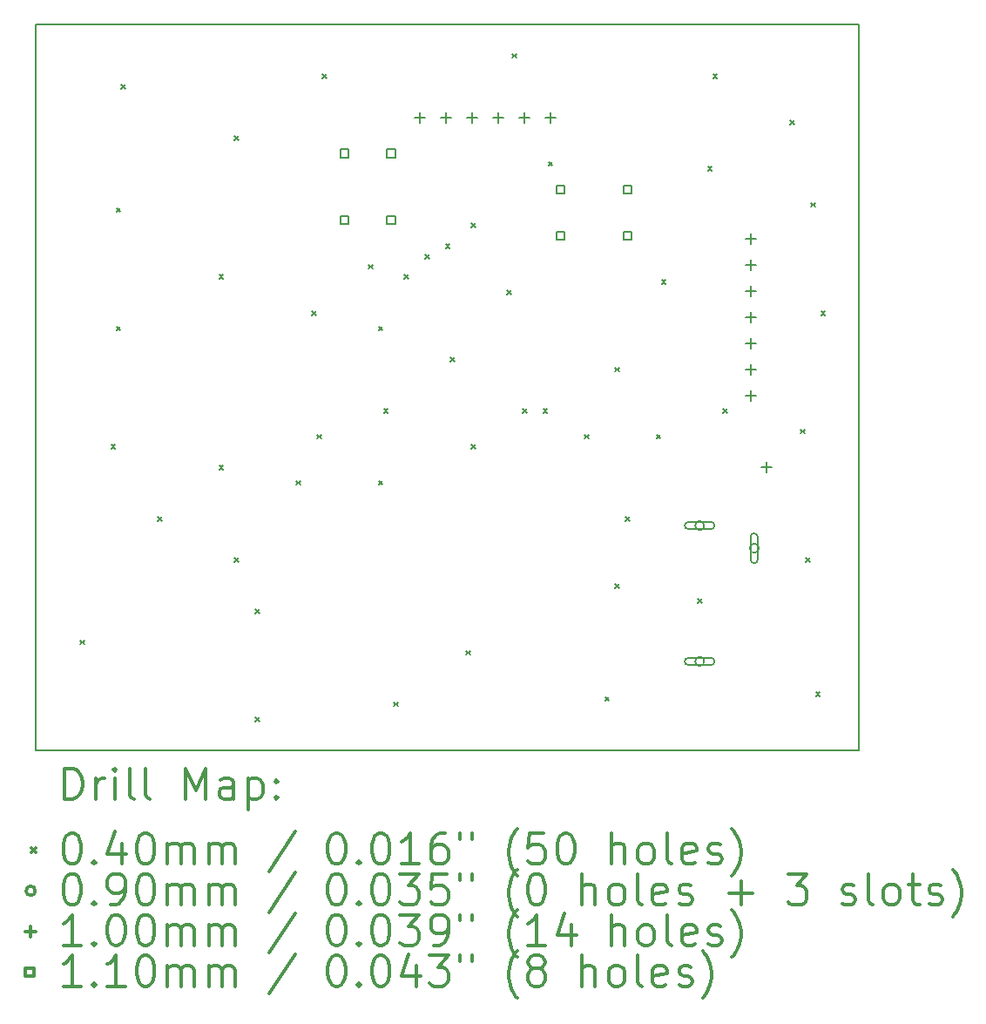
<source format=gbr>
%FSLAX45Y45*%
G04 Gerber Fmt 4.5, Leading zero omitted, Abs format (unit mm)*
G04 Created by KiCad (PCBNEW (5.0.2)-1) date 14/02/2019 14:33:43*
%MOMM*%
%LPD*%
G01*
G04 APERTURE LIST*
%ADD10C,0.150000*%
%ADD11C,0.200000*%
%ADD12C,0.300000*%
G04 APERTURE END LIST*
D10*
X7150000Y-6850000D02*
X15150000Y-6850000D01*
X7150000Y-13900000D02*
X7150000Y-6850000D01*
X15150000Y-13900000D02*
X7150000Y-13900000D01*
X15150000Y-6850000D02*
X15150000Y-13900000D01*
D11*
X7580000Y-12830000D02*
X7620000Y-12870000D01*
X7620000Y-12830000D02*
X7580000Y-12870000D01*
X7880000Y-10930000D02*
X7920000Y-10970000D01*
X7920000Y-10930000D02*
X7880000Y-10970000D01*
X7930000Y-8630000D02*
X7970000Y-8670000D01*
X7970000Y-8630000D02*
X7930000Y-8670000D01*
X7930000Y-9780000D02*
X7970000Y-9820000D01*
X7970000Y-9780000D02*
X7930000Y-9820000D01*
X7980000Y-7430000D02*
X8020000Y-7470000D01*
X8020000Y-7430000D02*
X7980000Y-7470000D01*
X8330000Y-11630000D02*
X8370000Y-11670000D01*
X8370000Y-11630000D02*
X8330000Y-11670000D01*
X8930000Y-9280000D02*
X8970000Y-9320000D01*
X8970000Y-9280000D02*
X8930000Y-9320000D01*
X8930000Y-11130000D02*
X8970000Y-11170000D01*
X8970000Y-11130000D02*
X8930000Y-11170000D01*
X9080000Y-7930000D02*
X9120000Y-7970000D01*
X9120000Y-7930000D02*
X9080000Y-7970000D01*
X9080000Y-12030000D02*
X9120000Y-12070000D01*
X9120000Y-12030000D02*
X9080000Y-12070000D01*
X9280000Y-12530000D02*
X9320000Y-12570000D01*
X9320000Y-12530000D02*
X9280000Y-12570000D01*
X9280000Y-13580000D02*
X9320000Y-13620000D01*
X9320000Y-13580000D02*
X9280000Y-13620000D01*
X9680000Y-11280000D02*
X9720000Y-11320000D01*
X9720000Y-11280000D02*
X9680000Y-11320000D01*
X9830000Y-9630000D02*
X9870000Y-9670000D01*
X9870000Y-9630000D02*
X9830000Y-9670000D01*
X9880000Y-10830000D02*
X9920000Y-10870000D01*
X9920000Y-10830000D02*
X9880000Y-10870000D01*
X9930000Y-7330000D02*
X9970000Y-7370000D01*
X9970000Y-7330000D02*
X9930000Y-7370000D01*
X10380000Y-9180000D02*
X10420000Y-9220000D01*
X10420000Y-9180000D02*
X10380000Y-9220000D01*
X10480000Y-9780000D02*
X10520000Y-9820000D01*
X10520000Y-9780000D02*
X10480000Y-9820000D01*
X10480000Y-11280000D02*
X10520000Y-11320000D01*
X10520000Y-11280000D02*
X10480000Y-11320000D01*
X10530000Y-10580000D02*
X10570000Y-10620000D01*
X10570000Y-10580000D02*
X10530000Y-10620000D01*
X10630000Y-13430000D02*
X10670000Y-13470000D01*
X10670000Y-13430000D02*
X10630000Y-13470000D01*
X10730000Y-9280000D02*
X10770000Y-9320000D01*
X10770000Y-9280000D02*
X10730000Y-9320000D01*
X10930000Y-9085000D02*
X10970000Y-9125000D01*
X10970000Y-9085000D02*
X10930000Y-9125000D01*
X11130000Y-8980000D02*
X11170000Y-9020000D01*
X11170000Y-8980000D02*
X11130000Y-9020000D01*
X11180000Y-10080000D02*
X11220000Y-10120000D01*
X11220000Y-10080000D02*
X11180000Y-10120000D01*
X11330000Y-12930000D02*
X11370000Y-12970000D01*
X11370000Y-12930000D02*
X11330000Y-12970000D01*
X11380000Y-8780000D02*
X11420000Y-8820000D01*
X11420000Y-8780000D02*
X11380000Y-8820000D01*
X11380000Y-10930000D02*
X11420000Y-10970000D01*
X11420000Y-10930000D02*
X11380000Y-10970000D01*
X11730000Y-9430000D02*
X11770000Y-9470000D01*
X11770000Y-9430000D02*
X11730000Y-9470000D01*
X11780000Y-7130000D02*
X11820000Y-7170000D01*
X11820000Y-7130000D02*
X11780000Y-7170000D01*
X11880000Y-10580000D02*
X11920000Y-10620000D01*
X11920000Y-10580000D02*
X11880000Y-10620000D01*
X12080000Y-10580000D02*
X12120000Y-10620000D01*
X12120000Y-10580000D02*
X12080000Y-10620000D01*
X12130000Y-8180000D02*
X12170000Y-8220000D01*
X12170000Y-8180000D02*
X12130000Y-8220000D01*
X12480000Y-10830000D02*
X12520000Y-10870000D01*
X12520000Y-10830000D02*
X12480000Y-10870000D01*
X12680000Y-13380000D02*
X12720000Y-13420000D01*
X12720000Y-13380000D02*
X12680000Y-13420000D01*
X12780000Y-10180000D02*
X12820000Y-10220000D01*
X12820000Y-10180000D02*
X12780000Y-10220000D01*
X12780000Y-12280000D02*
X12820000Y-12320000D01*
X12820000Y-12280000D02*
X12780000Y-12320000D01*
X12880000Y-11630000D02*
X12920000Y-11670000D01*
X12920000Y-11630000D02*
X12880000Y-11670000D01*
X13180000Y-10830000D02*
X13220000Y-10870000D01*
X13220000Y-10830000D02*
X13180000Y-10870000D01*
X13230000Y-9330000D02*
X13270000Y-9370000D01*
X13270000Y-9330000D02*
X13230000Y-9370000D01*
X13580000Y-12430000D02*
X13620000Y-12470000D01*
X13620000Y-12430000D02*
X13580000Y-12470000D01*
X13680000Y-8230000D02*
X13720000Y-8270000D01*
X13720000Y-8230000D02*
X13680000Y-8270000D01*
X13730000Y-7330000D02*
X13770000Y-7370000D01*
X13770000Y-7330000D02*
X13730000Y-7370000D01*
X13830000Y-10580000D02*
X13870000Y-10620000D01*
X13870000Y-10580000D02*
X13830000Y-10620000D01*
X14480000Y-7780000D02*
X14520000Y-7820000D01*
X14520000Y-7780000D02*
X14480000Y-7820000D01*
X14580000Y-10780000D02*
X14620000Y-10820000D01*
X14620000Y-10780000D02*
X14580000Y-10820000D01*
X14630000Y-12030000D02*
X14670000Y-12070000D01*
X14670000Y-12030000D02*
X14630000Y-12070000D01*
X14680000Y-8580000D02*
X14720000Y-8620000D01*
X14720000Y-8580000D02*
X14680000Y-8620000D01*
X14730000Y-13330000D02*
X14770000Y-13370000D01*
X14770000Y-13330000D02*
X14730000Y-13370000D01*
X14780000Y-9630000D02*
X14820000Y-9670000D01*
X14820000Y-9630000D02*
X14780000Y-9670000D01*
X13645000Y-11715000D02*
G75*
G03X13645000Y-11715000I-45000J0D01*
G01*
X13710000Y-11680000D02*
X13490000Y-11680000D01*
X13710000Y-11750000D02*
X13490000Y-11750000D01*
X13490000Y-11680000D02*
G75*
G03X13490000Y-11750000I0J-35000D01*
G01*
X13710000Y-11750000D02*
G75*
G03X13710000Y-11680000I0J35000D01*
G01*
X13645000Y-13035000D02*
G75*
G03X13645000Y-13035000I-45000J0D01*
G01*
X13710000Y-13000000D02*
X13490000Y-13000000D01*
X13710000Y-13070000D02*
X13490000Y-13070000D01*
X13490000Y-13000000D02*
G75*
G03X13490000Y-13070000I0J-35000D01*
G01*
X13710000Y-13070000D02*
G75*
G03X13710000Y-13000000I0J35000D01*
G01*
X14175000Y-11935000D02*
G75*
G03X14175000Y-11935000I-45000J0D01*
G01*
X14165000Y-12045000D02*
X14165000Y-11825000D01*
X14095000Y-12045000D02*
X14095000Y-11825000D01*
X14165000Y-11825000D02*
G75*
G03X14095000Y-11825000I-35000J0D01*
G01*
X14095000Y-12045000D02*
G75*
G03X14165000Y-12045000I35000J0D01*
G01*
X14100000Y-8876000D02*
X14100000Y-8976000D01*
X14050000Y-8926000D02*
X14150000Y-8926000D01*
X14100000Y-9130000D02*
X14100000Y-9230000D01*
X14050000Y-9180000D02*
X14150000Y-9180000D01*
X14100000Y-9384000D02*
X14100000Y-9484000D01*
X14050000Y-9434000D02*
X14150000Y-9434000D01*
X14100000Y-9638000D02*
X14100000Y-9738000D01*
X14050000Y-9688000D02*
X14150000Y-9688000D01*
X14100000Y-9892000D02*
X14100000Y-9992000D01*
X14050000Y-9942000D02*
X14150000Y-9942000D01*
X14100000Y-10146000D02*
X14100000Y-10246000D01*
X14050000Y-10196000D02*
X14150000Y-10196000D01*
X14100000Y-10400000D02*
X14100000Y-10500000D01*
X14050000Y-10450000D02*
X14150000Y-10450000D01*
X10880000Y-7700000D02*
X10880000Y-7800000D01*
X10830000Y-7750000D02*
X10930000Y-7750000D01*
X11134000Y-7700000D02*
X11134000Y-7800000D01*
X11084000Y-7750000D02*
X11184000Y-7750000D01*
X11388000Y-7700000D02*
X11388000Y-7800000D01*
X11338000Y-7750000D02*
X11438000Y-7750000D01*
X11642000Y-7700000D02*
X11642000Y-7800000D01*
X11592000Y-7750000D02*
X11692000Y-7750000D01*
X11896000Y-7700000D02*
X11896000Y-7800000D01*
X11846000Y-7750000D02*
X11946000Y-7750000D01*
X12150000Y-7700000D02*
X12150000Y-7800000D01*
X12100000Y-7750000D02*
X12200000Y-7750000D01*
X14250000Y-11100000D02*
X14250000Y-11200000D01*
X14200000Y-11150000D02*
X14300000Y-11150000D01*
X12288891Y-8488891D02*
X12288891Y-8411109D01*
X12211109Y-8411109D01*
X12211109Y-8488891D01*
X12288891Y-8488891D01*
X12288891Y-8938891D02*
X12288891Y-8861109D01*
X12211109Y-8861109D01*
X12211109Y-8938891D01*
X12288891Y-8938891D01*
X12938891Y-8488891D02*
X12938891Y-8411109D01*
X12861109Y-8411109D01*
X12861109Y-8488891D01*
X12938891Y-8488891D01*
X12938891Y-8938891D02*
X12938891Y-8861109D01*
X12861109Y-8861109D01*
X12861109Y-8938891D01*
X12938891Y-8938891D01*
X10188891Y-8138891D02*
X10188891Y-8061109D01*
X10111109Y-8061109D01*
X10111109Y-8138891D01*
X10188891Y-8138891D01*
X10188891Y-8788891D02*
X10188891Y-8711109D01*
X10111109Y-8711109D01*
X10111109Y-8788891D01*
X10188891Y-8788891D01*
X10638891Y-8138891D02*
X10638891Y-8061109D01*
X10561109Y-8061109D01*
X10561109Y-8138891D01*
X10638891Y-8138891D01*
X10638891Y-8788891D02*
X10638891Y-8711109D01*
X10561109Y-8711109D01*
X10561109Y-8788891D01*
X10638891Y-8788891D01*
D12*
X7428928Y-14373214D02*
X7428928Y-14073214D01*
X7500357Y-14073214D01*
X7543214Y-14087500D01*
X7571786Y-14116071D01*
X7586071Y-14144643D01*
X7600357Y-14201786D01*
X7600357Y-14244643D01*
X7586071Y-14301786D01*
X7571786Y-14330357D01*
X7543214Y-14358929D01*
X7500357Y-14373214D01*
X7428928Y-14373214D01*
X7728928Y-14373214D02*
X7728928Y-14173214D01*
X7728928Y-14230357D02*
X7743214Y-14201786D01*
X7757500Y-14187500D01*
X7786071Y-14173214D01*
X7814643Y-14173214D01*
X7914643Y-14373214D02*
X7914643Y-14173214D01*
X7914643Y-14073214D02*
X7900357Y-14087500D01*
X7914643Y-14101786D01*
X7928928Y-14087500D01*
X7914643Y-14073214D01*
X7914643Y-14101786D01*
X8100357Y-14373214D02*
X8071786Y-14358929D01*
X8057500Y-14330357D01*
X8057500Y-14073214D01*
X8257500Y-14373214D02*
X8228928Y-14358929D01*
X8214643Y-14330357D01*
X8214643Y-14073214D01*
X8600357Y-14373214D02*
X8600357Y-14073214D01*
X8700357Y-14287500D01*
X8800357Y-14073214D01*
X8800357Y-14373214D01*
X9071786Y-14373214D02*
X9071786Y-14216071D01*
X9057500Y-14187500D01*
X9028928Y-14173214D01*
X8971786Y-14173214D01*
X8943214Y-14187500D01*
X9071786Y-14358929D02*
X9043214Y-14373214D01*
X8971786Y-14373214D01*
X8943214Y-14358929D01*
X8928928Y-14330357D01*
X8928928Y-14301786D01*
X8943214Y-14273214D01*
X8971786Y-14258929D01*
X9043214Y-14258929D01*
X9071786Y-14244643D01*
X9214643Y-14173214D02*
X9214643Y-14473214D01*
X9214643Y-14187500D02*
X9243214Y-14173214D01*
X9300357Y-14173214D01*
X9328928Y-14187500D01*
X9343214Y-14201786D01*
X9357500Y-14230357D01*
X9357500Y-14316071D01*
X9343214Y-14344643D01*
X9328928Y-14358929D01*
X9300357Y-14373214D01*
X9243214Y-14373214D01*
X9214643Y-14358929D01*
X9486071Y-14344643D02*
X9500357Y-14358929D01*
X9486071Y-14373214D01*
X9471786Y-14358929D01*
X9486071Y-14344643D01*
X9486071Y-14373214D01*
X9486071Y-14187500D02*
X9500357Y-14201786D01*
X9486071Y-14216071D01*
X9471786Y-14201786D01*
X9486071Y-14187500D01*
X9486071Y-14216071D01*
X7102500Y-14847500D02*
X7142500Y-14887500D01*
X7142500Y-14847500D02*
X7102500Y-14887500D01*
X7486071Y-14703214D02*
X7514643Y-14703214D01*
X7543214Y-14717500D01*
X7557500Y-14731786D01*
X7571786Y-14760357D01*
X7586071Y-14817500D01*
X7586071Y-14888929D01*
X7571786Y-14946071D01*
X7557500Y-14974643D01*
X7543214Y-14988929D01*
X7514643Y-15003214D01*
X7486071Y-15003214D01*
X7457500Y-14988929D01*
X7443214Y-14974643D01*
X7428928Y-14946071D01*
X7414643Y-14888929D01*
X7414643Y-14817500D01*
X7428928Y-14760357D01*
X7443214Y-14731786D01*
X7457500Y-14717500D01*
X7486071Y-14703214D01*
X7714643Y-14974643D02*
X7728928Y-14988929D01*
X7714643Y-15003214D01*
X7700357Y-14988929D01*
X7714643Y-14974643D01*
X7714643Y-15003214D01*
X7986071Y-14803214D02*
X7986071Y-15003214D01*
X7914643Y-14688929D02*
X7843214Y-14903214D01*
X8028928Y-14903214D01*
X8200357Y-14703214D02*
X8228928Y-14703214D01*
X8257500Y-14717500D01*
X8271786Y-14731786D01*
X8286071Y-14760357D01*
X8300357Y-14817500D01*
X8300357Y-14888929D01*
X8286071Y-14946071D01*
X8271786Y-14974643D01*
X8257500Y-14988929D01*
X8228928Y-15003214D01*
X8200357Y-15003214D01*
X8171786Y-14988929D01*
X8157500Y-14974643D01*
X8143214Y-14946071D01*
X8128928Y-14888929D01*
X8128928Y-14817500D01*
X8143214Y-14760357D01*
X8157500Y-14731786D01*
X8171786Y-14717500D01*
X8200357Y-14703214D01*
X8428928Y-15003214D02*
X8428928Y-14803214D01*
X8428928Y-14831786D02*
X8443214Y-14817500D01*
X8471786Y-14803214D01*
X8514643Y-14803214D01*
X8543214Y-14817500D01*
X8557500Y-14846071D01*
X8557500Y-15003214D01*
X8557500Y-14846071D02*
X8571786Y-14817500D01*
X8600357Y-14803214D01*
X8643214Y-14803214D01*
X8671786Y-14817500D01*
X8686071Y-14846071D01*
X8686071Y-15003214D01*
X8828928Y-15003214D02*
X8828928Y-14803214D01*
X8828928Y-14831786D02*
X8843214Y-14817500D01*
X8871786Y-14803214D01*
X8914643Y-14803214D01*
X8943214Y-14817500D01*
X8957500Y-14846071D01*
X8957500Y-15003214D01*
X8957500Y-14846071D02*
X8971786Y-14817500D01*
X9000357Y-14803214D01*
X9043214Y-14803214D01*
X9071786Y-14817500D01*
X9086071Y-14846071D01*
X9086071Y-15003214D01*
X9671786Y-14688929D02*
X9414643Y-15074643D01*
X10057500Y-14703214D02*
X10086071Y-14703214D01*
X10114643Y-14717500D01*
X10128928Y-14731786D01*
X10143214Y-14760357D01*
X10157500Y-14817500D01*
X10157500Y-14888929D01*
X10143214Y-14946071D01*
X10128928Y-14974643D01*
X10114643Y-14988929D01*
X10086071Y-15003214D01*
X10057500Y-15003214D01*
X10028928Y-14988929D01*
X10014643Y-14974643D01*
X10000357Y-14946071D01*
X9986071Y-14888929D01*
X9986071Y-14817500D01*
X10000357Y-14760357D01*
X10014643Y-14731786D01*
X10028928Y-14717500D01*
X10057500Y-14703214D01*
X10286071Y-14974643D02*
X10300357Y-14988929D01*
X10286071Y-15003214D01*
X10271786Y-14988929D01*
X10286071Y-14974643D01*
X10286071Y-15003214D01*
X10486071Y-14703214D02*
X10514643Y-14703214D01*
X10543214Y-14717500D01*
X10557500Y-14731786D01*
X10571786Y-14760357D01*
X10586071Y-14817500D01*
X10586071Y-14888929D01*
X10571786Y-14946071D01*
X10557500Y-14974643D01*
X10543214Y-14988929D01*
X10514643Y-15003214D01*
X10486071Y-15003214D01*
X10457500Y-14988929D01*
X10443214Y-14974643D01*
X10428928Y-14946071D01*
X10414643Y-14888929D01*
X10414643Y-14817500D01*
X10428928Y-14760357D01*
X10443214Y-14731786D01*
X10457500Y-14717500D01*
X10486071Y-14703214D01*
X10871786Y-15003214D02*
X10700357Y-15003214D01*
X10786071Y-15003214D02*
X10786071Y-14703214D01*
X10757500Y-14746071D01*
X10728928Y-14774643D01*
X10700357Y-14788929D01*
X11128928Y-14703214D02*
X11071786Y-14703214D01*
X11043214Y-14717500D01*
X11028928Y-14731786D01*
X11000357Y-14774643D01*
X10986071Y-14831786D01*
X10986071Y-14946071D01*
X11000357Y-14974643D01*
X11014643Y-14988929D01*
X11043214Y-15003214D01*
X11100357Y-15003214D01*
X11128928Y-14988929D01*
X11143214Y-14974643D01*
X11157500Y-14946071D01*
X11157500Y-14874643D01*
X11143214Y-14846071D01*
X11128928Y-14831786D01*
X11100357Y-14817500D01*
X11043214Y-14817500D01*
X11014643Y-14831786D01*
X11000357Y-14846071D01*
X10986071Y-14874643D01*
X11271786Y-14703214D02*
X11271786Y-14760357D01*
X11386071Y-14703214D02*
X11386071Y-14760357D01*
X11828928Y-15117500D02*
X11814643Y-15103214D01*
X11786071Y-15060357D01*
X11771786Y-15031786D01*
X11757500Y-14988929D01*
X11743214Y-14917500D01*
X11743214Y-14860357D01*
X11757500Y-14788929D01*
X11771786Y-14746071D01*
X11786071Y-14717500D01*
X11814643Y-14674643D01*
X11828928Y-14660357D01*
X12086071Y-14703214D02*
X11943214Y-14703214D01*
X11928928Y-14846071D01*
X11943214Y-14831786D01*
X11971786Y-14817500D01*
X12043214Y-14817500D01*
X12071786Y-14831786D01*
X12086071Y-14846071D01*
X12100357Y-14874643D01*
X12100357Y-14946071D01*
X12086071Y-14974643D01*
X12071786Y-14988929D01*
X12043214Y-15003214D01*
X11971786Y-15003214D01*
X11943214Y-14988929D01*
X11928928Y-14974643D01*
X12286071Y-14703214D02*
X12314643Y-14703214D01*
X12343214Y-14717500D01*
X12357500Y-14731786D01*
X12371786Y-14760357D01*
X12386071Y-14817500D01*
X12386071Y-14888929D01*
X12371786Y-14946071D01*
X12357500Y-14974643D01*
X12343214Y-14988929D01*
X12314643Y-15003214D01*
X12286071Y-15003214D01*
X12257500Y-14988929D01*
X12243214Y-14974643D01*
X12228928Y-14946071D01*
X12214643Y-14888929D01*
X12214643Y-14817500D01*
X12228928Y-14760357D01*
X12243214Y-14731786D01*
X12257500Y-14717500D01*
X12286071Y-14703214D01*
X12743214Y-15003214D02*
X12743214Y-14703214D01*
X12871786Y-15003214D02*
X12871786Y-14846071D01*
X12857500Y-14817500D01*
X12828928Y-14803214D01*
X12786071Y-14803214D01*
X12757500Y-14817500D01*
X12743214Y-14831786D01*
X13057500Y-15003214D02*
X13028928Y-14988929D01*
X13014643Y-14974643D01*
X13000357Y-14946071D01*
X13000357Y-14860357D01*
X13014643Y-14831786D01*
X13028928Y-14817500D01*
X13057500Y-14803214D01*
X13100357Y-14803214D01*
X13128928Y-14817500D01*
X13143214Y-14831786D01*
X13157500Y-14860357D01*
X13157500Y-14946071D01*
X13143214Y-14974643D01*
X13128928Y-14988929D01*
X13100357Y-15003214D01*
X13057500Y-15003214D01*
X13328928Y-15003214D02*
X13300357Y-14988929D01*
X13286071Y-14960357D01*
X13286071Y-14703214D01*
X13557500Y-14988929D02*
X13528928Y-15003214D01*
X13471786Y-15003214D01*
X13443214Y-14988929D01*
X13428928Y-14960357D01*
X13428928Y-14846071D01*
X13443214Y-14817500D01*
X13471786Y-14803214D01*
X13528928Y-14803214D01*
X13557500Y-14817500D01*
X13571786Y-14846071D01*
X13571786Y-14874643D01*
X13428928Y-14903214D01*
X13686071Y-14988929D02*
X13714643Y-15003214D01*
X13771786Y-15003214D01*
X13800357Y-14988929D01*
X13814643Y-14960357D01*
X13814643Y-14946071D01*
X13800357Y-14917500D01*
X13771786Y-14903214D01*
X13728928Y-14903214D01*
X13700357Y-14888929D01*
X13686071Y-14860357D01*
X13686071Y-14846071D01*
X13700357Y-14817500D01*
X13728928Y-14803214D01*
X13771786Y-14803214D01*
X13800357Y-14817500D01*
X13914643Y-15117500D02*
X13928928Y-15103214D01*
X13957500Y-15060357D01*
X13971786Y-15031786D01*
X13986071Y-14988929D01*
X14000357Y-14917500D01*
X14000357Y-14860357D01*
X13986071Y-14788929D01*
X13971786Y-14746071D01*
X13957500Y-14717500D01*
X13928928Y-14674643D01*
X13914643Y-14660357D01*
X7142500Y-15263500D02*
G75*
G03X7142500Y-15263500I-45000J0D01*
G01*
X7486071Y-15099214D02*
X7514643Y-15099214D01*
X7543214Y-15113500D01*
X7557500Y-15127786D01*
X7571786Y-15156357D01*
X7586071Y-15213500D01*
X7586071Y-15284929D01*
X7571786Y-15342071D01*
X7557500Y-15370643D01*
X7543214Y-15384929D01*
X7514643Y-15399214D01*
X7486071Y-15399214D01*
X7457500Y-15384929D01*
X7443214Y-15370643D01*
X7428928Y-15342071D01*
X7414643Y-15284929D01*
X7414643Y-15213500D01*
X7428928Y-15156357D01*
X7443214Y-15127786D01*
X7457500Y-15113500D01*
X7486071Y-15099214D01*
X7714643Y-15370643D02*
X7728928Y-15384929D01*
X7714643Y-15399214D01*
X7700357Y-15384929D01*
X7714643Y-15370643D01*
X7714643Y-15399214D01*
X7871786Y-15399214D02*
X7928928Y-15399214D01*
X7957500Y-15384929D01*
X7971786Y-15370643D01*
X8000357Y-15327786D01*
X8014643Y-15270643D01*
X8014643Y-15156357D01*
X8000357Y-15127786D01*
X7986071Y-15113500D01*
X7957500Y-15099214D01*
X7900357Y-15099214D01*
X7871786Y-15113500D01*
X7857500Y-15127786D01*
X7843214Y-15156357D01*
X7843214Y-15227786D01*
X7857500Y-15256357D01*
X7871786Y-15270643D01*
X7900357Y-15284929D01*
X7957500Y-15284929D01*
X7986071Y-15270643D01*
X8000357Y-15256357D01*
X8014643Y-15227786D01*
X8200357Y-15099214D02*
X8228928Y-15099214D01*
X8257500Y-15113500D01*
X8271786Y-15127786D01*
X8286071Y-15156357D01*
X8300357Y-15213500D01*
X8300357Y-15284929D01*
X8286071Y-15342071D01*
X8271786Y-15370643D01*
X8257500Y-15384929D01*
X8228928Y-15399214D01*
X8200357Y-15399214D01*
X8171786Y-15384929D01*
X8157500Y-15370643D01*
X8143214Y-15342071D01*
X8128928Y-15284929D01*
X8128928Y-15213500D01*
X8143214Y-15156357D01*
X8157500Y-15127786D01*
X8171786Y-15113500D01*
X8200357Y-15099214D01*
X8428928Y-15399214D02*
X8428928Y-15199214D01*
X8428928Y-15227786D02*
X8443214Y-15213500D01*
X8471786Y-15199214D01*
X8514643Y-15199214D01*
X8543214Y-15213500D01*
X8557500Y-15242071D01*
X8557500Y-15399214D01*
X8557500Y-15242071D02*
X8571786Y-15213500D01*
X8600357Y-15199214D01*
X8643214Y-15199214D01*
X8671786Y-15213500D01*
X8686071Y-15242071D01*
X8686071Y-15399214D01*
X8828928Y-15399214D02*
X8828928Y-15199214D01*
X8828928Y-15227786D02*
X8843214Y-15213500D01*
X8871786Y-15199214D01*
X8914643Y-15199214D01*
X8943214Y-15213500D01*
X8957500Y-15242071D01*
X8957500Y-15399214D01*
X8957500Y-15242071D02*
X8971786Y-15213500D01*
X9000357Y-15199214D01*
X9043214Y-15199214D01*
X9071786Y-15213500D01*
X9086071Y-15242071D01*
X9086071Y-15399214D01*
X9671786Y-15084929D02*
X9414643Y-15470643D01*
X10057500Y-15099214D02*
X10086071Y-15099214D01*
X10114643Y-15113500D01*
X10128928Y-15127786D01*
X10143214Y-15156357D01*
X10157500Y-15213500D01*
X10157500Y-15284929D01*
X10143214Y-15342071D01*
X10128928Y-15370643D01*
X10114643Y-15384929D01*
X10086071Y-15399214D01*
X10057500Y-15399214D01*
X10028928Y-15384929D01*
X10014643Y-15370643D01*
X10000357Y-15342071D01*
X9986071Y-15284929D01*
X9986071Y-15213500D01*
X10000357Y-15156357D01*
X10014643Y-15127786D01*
X10028928Y-15113500D01*
X10057500Y-15099214D01*
X10286071Y-15370643D02*
X10300357Y-15384929D01*
X10286071Y-15399214D01*
X10271786Y-15384929D01*
X10286071Y-15370643D01*
X10286071Y-15399214D01*
X10486071Y-15099214D02*
X10514643Y-15099214D01*
X10543214Y-15113500D01*
X10557500Y-15127786D01*
X10571786Y-15156357D01*
X10586071Y-15213500D01*
X10586071Y-15284929D01*
X10571786Y-15342071D01*
X10557500Y-15370643D01*
X10543214Y-15384929D01*
X10514643Y-15399214D01*
X10486071Y-15399214D01*
X10457500Y-15384929D01*
X10443214Y-15370643D01*
X10428928Y-15342071D01*
X10414643Y-15284929D01*
X10414643Y-15213500D01*
X10428928Y-15156357D01*
X10443214Y-15127786D01*
X10457500Y-15113500D01*
X10486071Y-15099214D01*
X10686071Y-15099214D02*
X10871786Y-15099214D01*
X10771786Y-15213500D01*
X10814643Y-15213500D01*
X10843214Y-15227786D01*
X10857500Y-15242071D01*
X10871786Y-15270643D01*
X10871786Y-15342071D01*
X10857500Y-15370643D01*
X10843214Y-15384929D01*
X10814643Y-15399214D01*
X10728928Y-15399214D01*
X10700357Y-15384929D01*
X10686071Y-15370643D01*
X11143214Y-15099214D02*
X11000357Y-15099214D01*
X10986071Y-15242071D01*
X11000357Y-15227786D01*
X11028928Y-15213500D01*
X11100357Y-15213500D01*
X11128928Y-15227786D01*
X11143214Y-15242071D01*
X11157500Y-15270643D01*
X11157500Y-15342071D01*
X11143214Y-15370643D01*
X11128928Y-15384929D01*
X11100357Y-15399214D01*
X11028928Y-15399214D01*
X11000357Y-15384929D01*
X10986071Y-15370643D01*
X11271786Y-15099214D02*
X11271786Y-15156357D01*
X11386071Y-15099214D02*
X11386071Y-15156357D01*
X11828928Y-15513500D02*
X11814643Y-15499214D01*
X11786071Y-15456357D01*
X11771786Y-15427786D01*
X11757500Y-15384929D01*
X11743214Y-15313500D01*
X11743214Y-15256357D01*
X11757500Y-15184929D01*
X11771786Y-15142071D01*
X11786071Y-15113500D01*
X11814643Y-15070643D01*
X11828928Y-15056357D01*
X12000357Y-15099214D02*
X12028928Y-15099214D01*
X12057500Y-15113500D01*
X12071786Y-15127786D01*
X12086071Y-15156357D01*
X12100357Y-15213500D01*
X12100357Y-15284929D01*
X12086071Y-15342071D01*
X12071786Y-15370643D01*
X12057500Y-15384929D01*
X12028928Y-15399214D01*
X12000357Y-15399214D01*
X11971786Y-15384929D01*
X11957500Y-15370643D01*
X11943214Y-15342071D01*
X11928928Y-15284929D01*
X11928928Y-15213500D01*
X11943214Y-15156357D01*
X11957500Y-15127786D01*
X11971786Y-15113500D01*
X12000357Y-15099214D01*
X12457500Y-15399214D02*
X12457500Y-15099214D01*
X12586071Y-15399214D02*
X12586071Y-15242071D01*
X12571786Y-15213500D01*
X12543214Y-15199214D01*
X12500357Y-15199214D01*
X12471786Y-15213500D01*
X12457500Y-15227786D01*
X12771786Y-15399214D02*
X12743214Y-15384929D01*
X12728928Y-15370643D01*
X12714643Y-15342071D01*
X12714643Y-15256357D01*
X12728928Y-15227786D01*
X12743214Y-15213500D01*
X12771786Y-15199214D01*
X12814643Y-15199214D01*
X12843214Y-15213500D01*
X12857500Y-15227786D01*
X12871786Y-15256357D01*
X12871786Y-15342071D01*
X12857500Y-15370643D01*
X12843214Y-15384929D01*
X12814643Y-15399214D01*
X12771786Y-15399214D01*
X13043214Y-15399214D02*
X13014643Y-15384929D01*
X13000357Y-15356357D01*
X13000357Y-15099214D01*
X13271786Y-15384929D02*
X13243214Y-15399214D01*
X13186071Y-15399214D01*
X13157500Y-15384929D01*
X13143214Y-15356357D01*
X13143214Y-15242071D01*
X13157500Y-15213500D01*
X13186071Y-15199214D01*
X13243214Y-15199214D01*
X13271786Y-15213500D01*
X13286071Y-15242071D01*
X13286071Y-15270643D01*
X13143214Y-15299214D01*
X13400357Y-15384929D02*
X13428928Y-15399214D01*
X13486071Y-15399214D01*
X13514643Y-15384929D01*
X13528928Y-15356357D01*
X13528928Y-15342071D01*
X13514643Y-15313500D01*
X13486071Y-15299214D01*
X13443214Y-15299214D01*
X13414643Y-15284929D01*
X13400357Y-15256357D01*
X13400357Y-15242071D01*
X13414643Y-15213500D01*
X13443214Y-15199214D01*
X13486071Y-15199214D01*
X13514643Y-15213500D01*
X13886071Y-15284929D02*
X14114643Y-15284929D01*
X14000357Y-15399214D02*
X14000357Y-15170643D01*
X14457500Y-15099214D02*
X14643214Y-15099214D01*
X14543214Y-15213500D01*
X14586071Y-15213500D01*
X14614643Y-15227786D01*
X14628928Y-15242071D01*
X14643214Y-15270643D01*
X14643214Y-15342071D01*
X14628928Y-15370643D01*
X14614643Y-15384929D01*
X14586071Y-15399214D01*
X14500357Y-15399214D01*
X14471786Y-15384929D01*
X14457500Y-15370643D01*
X14986071Y-15384929D02*
X15014643Y-15399214D01*
X15071786Y-15399214D01*
X15100357Y-15384929D01*
X15114643Y-15356357D01*
X15114643Y-15342071D01*
X15100357Y-15313500D01*
X15071786Y-15299214D01*
X15028928Y-15299214D01*
X15000357Y-15284929D01*
X14986071Y-15256357D01*
X14986071Y-15242071D01*
X15000357Y-15213500D01*
X15028928Y-15199214D01*
X15071786Y-15199214D01*
X15100357Y-15213500D01*
X15286071Y-15399214D02*
X15257500Y-15384929D01*
X15243214Y-15356357D01*
X15243214Y-15099214D01*
X15443214Y-15399214D02*
X15414643Y-15384929D01*
X15400357Y-15370643D01*
X15386071Y-15342071D01*
X15386071Y-15256357D01*
X15400357Y-15227786D01*
X15414643Y-15213500D01*
X15443214Y-15199214D01*
X15486071Y-15199214D01*
X15514643Y-15213500D01*
X15528928Y-15227786D01*
X15543214Y-15256357D01*
X15543214Y-15342071D01*
X15528928Y-15370643D01*
X15514643Y-15384929D01*
X15486071Y-15399214D01*
X15443214Y-15399214D01*
X15628928Y-15199214D02*
X15743214Y-15199214D01*
X15671786Y-15099214D02*
X15671786Y-15356357D01*
X15686071Y-15384929D01*
X15714643Y-15399214D01*
X15743214Y-15399214D01*
X15828928Y-15384929D02*
X15857500Y-15399214D01*
X15914643Y-15399214D01*
X15943214Y-15384929D01*
X15957500Y-15356357D01*
X15957500Y-15342071D01*
X15943214Y-15313500D01*
X15914643Y-15299214D01*
X15871786Y-15299214D01*
X15843214Y-15284929D01*
X15828928Y-15256357D01*
X15828928Y-15242071D01*
X15843214Y-15213500D01*
X15871786Y-15199214D01*
X15914643Y-15199214D01*
X15943214Y-15213500D01*
X16057500Y-15513500D02*
X16071786Y-15499214D01*
X16100357Y-15456357D01*
X16114643Y-15427786D01*
X16128928Y-15384929D01*
X16143214Y-15313500D01*
X16143214Y-15256357D01*
X16128928Y-15184929D01*
X16114643Y-15142071D01*
X16100357Y-15113500D01*
X16071786Y-15070643D01*
X16057500Y-15056357D01*
X7092500Y-15609500D02*
X7092500Y-15709500D01*
X7042500Y-15659500D02*
X7142500Y-15659500D01*
X7586071Y-15795214D02*
X7414643Y-15795214D01*
X7500357Y-15795214D02*
X7500357Y-15495214D01*
X7471786Y-15538071D01*
X7443214Y-15566643D01*
X7414643Y-15580929D01*
X7714643Y-15766643D02*
X7728928Y-15780929D01*
X7714643Y-15795214D01*
X7700357Y-15780929D01*
X7714643Y-15766643D01*
X7714643Y-15795214D01*
X7914643Y-15495214D02*
X7943214Y-15495214D01*
X7971786Y-15509500D01*
X7986071Y-15523786D01*
X8000357Y-15552357D01*
X8014643Y-15609500D01*
X8014643Y-15680929D01*
X8000357Y-15738071D01*
X7986071Y-15766643D01*
X7971786Y-15780929D01*
X7943214Y-15795214D01*
X7914643Y-15795214D01*
X7886071Y-15780929D01*
X7871786Y-15766643D01*
X7857500Y-15738071D01*
X7843214Y-15680929D01*
X7843214Y-15609500D01*
X7857500Y-15552357D01*
X7871786Y-15523786D01*
X7886071Y-15509500D01*
X7914643Y-15495214D01*
X8200357Y-15495214D02*
X8228928Y-15495214D01*
X8257500Y-15509500D01*
X8271786Y-15523786D01*
X8286071Y-15552357D01*
X8300357Y-15609500D01*
X8300357Y-15680929D01*
X8286071Y-15738071D01*
X8271786Y-15766643D01*
X8257500Y-15780929D01*
X8228928Y-15795214D01*
X8200357Y-15795214D01*
X8171786Y-15780929D01*
X8157500Y-15766643D01*
X8143214Y-15738071D01*
X8128928Y-15680929D01*
X8128928Y-15609500D01*
X8143214Y-15552357D01*
X8157500Y-15523786D01*
X8171786Y-15509500D01*
X8200357Y-15495214D01*
X8428928Y-15795214D02*
X8428928Y-15595214D01*
X8428928Y-15623786D02*
X8443214Y-15609500D01*
X8471786Y-15595214D01*
X8514643Y-15595214D01*
X8543214Y-15609500D01*
X8557500Y-15638071D01*
X8557500Y-15795214D01*
X8557500Y-15638071D02*
X8571786Y-15609500D01*
X8600357Y-15595214D01*
X8643214Y-15595214D01*
X8671786Y-15609500D01*
X8686071Y-15638071D01*
X8686071Y-15795214D01*
X8828928Y-15795214D02*
X8828928Y-15595214D01*
X8828928Y-15623786D02*
X8843214Y-15609500D01*
X8871786Y-15595214D01*
X8914643Y-15595214D01*
X8943214Y-15609500D01*
X8957500Y-15638071D01*
X8957500Y-15795214D01*
X8957500Y-15638071D02*
X8971786Y-15609500D01*
X9000357Y-15595214D01*
X9043214Y-15595214D01*
X9071786Y-15609500D01*
X9086071Y-15638071D01*
X9086071Y-15795214D01*
X9671786Y-15480929D02*
X9414643Y-15866643D01*
X10057500Y-15495214D02*
X10086071Y-15495214D01*
X10114643Y-15509500D01*
X10128928Y-15523786D01*
X10143214Y-15552357D01*
X10157500Y-15609500D01*
X10157500Y-15680929D01*
X10143214Y-15738071D01*
X10128928Y-15766643D01*
X10114643Y-15780929D01*
X10086071Y-15795214D01*
X10057500Y-15795214D01*
X10028928Y-15780929D01*
X10014643Y-15766643D01*
X10000357Y-15738071D01*
X9986071Y-15680929D01*
X9986071Y-15609500D01*
X10000357Y-15552357D01*
X10014643Y-15523786D01*
X10028928Y-15509500D01*
X10057500Y-15495214D01*
X10286071Y-15766643D02*
X10300357Y-15780929D01*
X10286071Y-15795214D01*
X10271786Y-15780929D01*
X10286071Y-15766643D01*
X10286071Y-15795214D01*
X10486071Y-15495214D02*
X10514643Y-15495214D01*
X10543214Y-15509500D01*
X10557500Y-15523786D01*
X10571786Y-15552357D01*
X10586071Y-15609500D01*
X10586071Y-15680929D01*
X10571786Y-15738071D01*
X10557500Y-15766643D01*
X10543214Y-15780929D01*
X10514643Y-15795214D01*
X10486071Y-15795214D01*
X10457500Y-15780929D01*
X10443214Y-15766643D01*
X10428928Y-15738071D01*
X10414643Y-15680929D01*
X10414643Y-15609500D01*
X10428928Y-15552357D01*
X10443214Y-15523786D01*
X10457500Y-15509500D01*
X10486071Y-15495214D01*
X10686071Y-15495214D02*
X10871786Y-15495214D01*
X10771786Y-15609500D01*
X10814643Y-15609500D01*
X10843214Y-15623786D01*
X10857500Y-15638071D01*
X10871786Y-15666643D01*
X10871786Y-15738071D01*
X10857500Y-15766643D01*
X10843214Y-15780929D01*
X10814643Y-15795214D01*
X10728928Y-15795214D01*
X10700357Y-15780929D01*
X10686071Y-15766643D01*
X11014643Y-15795214D02*
X11071786Y-15795214D01*
X11100357Y-15780929D01*
X11114643Y-15766643D01*
X11143214Y-15723786D01*
X11157500Y-15666643D01*
X11157500Y-15552357D01*
X11143214Y-15523786D01*
X11128928Y-15509500D01*
X11100357Y-15495214D01*
X11043214Y-15495214D01*
X11014643Y-15509500D01*
X11000357Y-15523786D01*
X10986071Y-15552357D01*
X10986071Y-15623786D01*
X11000357Y-15652357D01*
X11014643Y-15666643D01*
X11043214Y-15680929D01*
X11100357Y-15680929D01*
X11128928Y-15666643D01*
X11143214Y-15652357D01*
X11157500Y-15623786D01*
X11271786Y-15495214D02*
X11271786Y-15552357D01*
X11386071Y-15495214D02*
X11386071Y-15552357D01*
X11828928Y-15909500D02*
X11814643Y-15895214D01*
X11786071Y-15852357D01*
X11771786Y-15823786D01*
X11757500Y-15780929D01*
X11743214Y-15709500D01*
X11743214Y-15652357D01*
X11757500Y-15580929D01*
X11771786Y-15538071D01*
X11786071Y-15509500D01*
X11814643Y-15466643D01*
X11828928Y-15452357D01*
X12100357Y-15795214D02*
X11928928Y-15795214D01*
X12014643Y-15795214D02*
X12014643Y-15495214D01*
X11986071Y-15538071D01*
X11957500Y-15566643D01*
X11928928Y-15580929D01*
X12357500Y-15595214D02*
X12357500Y-15795214D01*
X12286071Y-15480929D02*
X12214643Y-15695214D01*
X12400357Y-15695214D01*
X12743214Y-15795214D02*
X12743214Y-15495214D01*
X12871786Y-15795214D02*
X12871786Y-15638071D01*
X12857500Y-15609500D01*
X12828928Y-15595214D01*
X12786071Y-15595214D01*
X12757500Y-15609500D01*
X12743214Y-15623786D01*
X13057500Y-15795214D02*
X13028928Y-15780929D01*
X13014643Y-15766643D01*
X13000357Y-15738071D01*
X13000357Y-15652357D01*
X13014643Y-15623786D01*
X13028928Y-15609500D01*
X13057500Y-15595214D01*
X13100357Y-15595214D01*
X13128928Y-15609500D01*
X13143214Y-15623786D01*
X13157500Y-15652357D01*
X13157500Y-15738071D01*
X13143214Y-15766643D01*
X13128928Y-15780929D01*
X13100357Y-15795214D01*
X13057500Y-15795214D01*
X13328928Y-15795214D02*
X13300357Y-15780929D01*
X13286071Y-15752357D01*
X13286071Y-15495214D01*
X13557500Y-15780929D02*
X13528928Y-15795214D01*
X13471786Y-15795214D01*
X13443214Y-15780929D01*
X13428928Y-15752357D01*
X13428928Y-15638071D01*
X13443214Y-15609500D01*
X13471786Y-15595214D01*
X13528928Y-15595214D01*
X13557500Y-15609500D01*
X13571786Y-15638071D01*
X13571786Y-15666643D01*
X13428928Y-15695214D01*
X13686071Y-15780929D02*
X13714643Y-15795214D01*
X13771786Y-15795214D01*
X13800357Y-15780929D01*
X13814643Y-15752357D01*
X13814643Y-15738071D01*
X13800357Y-15709500D01*
X13771786Y-15695214D01*
X13728928Y-15695214D01*
X13700357Y-15680929D01*
X13686071Y-15652357D01*
X13686071Y-15638071D01*
X13700357Y-15609500D01*
X13728928Y-15595214D01*
X13771786Y-15595214D01*
X13800357Y-15609500D01*
X13914643Y-15909500D02*
X13928928Y-15895214D01*
X13957500Y-15852357D01*
X13971786Y-15823786D01*
X13986071Y-15780929D01*
X14000357Y-15709500D01*
X14000357Y-15652357D01*
X13986071Y-15580929D01*
X13971786Y-15538071D01*
X13957500Y-15509500D01*
X13928928Y-15466643D01*
X13914643Y-15452357D01*
X7126391Y-16094391D02*
X7126391Y-16016609D01*
X7048609Y-16016609D01*
X7048609Y-16094391D01*
X7126391Y-16094391D01*
X7586071Y-16191214D02*
X7414643Y-16191214D01*
X7500357Y-16191214D02*
X7500357Y-15891214D01*
X7471786Y-15934071D01*
X7443214Y-15962643D01*
X7414643Y-15976929D01*
X7714643Y-16162643D02*
X7728928Y-16176929D01*
X7714643Y-16191214D01*
X7700357Y-16176929D01*
X7714643Y-16162643D01*
X7714643Y-16191214D01*
X8014643Y-16191214D02*
X7843214Y-16191214D01*
X7928928Y-16191214D02*
X7928928Y-15891214D01*
X7900357Y-15934071D01*
X7871786Y-15962643D01*
X7843214Y-15976929D01*
X8200357Y-15891214D02*
X8228928Y-15891214D01*
X8257500Y-15905500D01*
X8271786Y-15919786D01*
X8286071Y-15948357D01*
X8300357Y-16005500D01*
X8300357Y-16076929D01*
X8286071Y-16134071D01*
X8271786Y-16162643D01*
X8257500Y-16176929D01*
X8228928Y-16191214D01*
X8200357Y-16191214D01*
X8171786Y-16176929D01*
X8157500Y-16162643D01*
X8143214Y-16134071D01*
X8128928Y-16076929D01*
X8128928Y-16005500D01*
X8143214Y-15948357D01*
X8157500Y-15919786D01*
X8171786Y-15905500D01*
X8200357Y-15891214D01*
X8428928Y-16191214D02*
X8428928Y-15991214D01*
X8428928Y-16019786D02*
X8443214Y-16005500D01*
X8471786Y-15991214D01*
X8514643Y-15991214D01*
X8543214Y-16005500D01*
X8557500Y-16034071D01*
X8557500Y-16191214D01*
X8557500Y-16034071D02*
X8571786Y-16005500D01*
X8600357Y-15991214D01*
X8643214Y-15991214D01*
X8671786Y-16005500D01*
X8686071Y-16034071D01*
X8686071Y-16191214D01*
X8828928Y-16191214D02*
X8828928Y-15991214D01*
X8828928Y-16019786D02*
X8843214Y-16005500D01*
X8871786Y-15991214D01*
X8914643Y-15991214D01*
X8943214Y-16005500D01*
X8957500Y-16034071D01*
X8957500Y-16191214D01*
X8957500Y-16034071D02*
X8971786Y-16005500D01*
X9000357Y-15991214D01*
X9043214Y-15991214D01*
X9071786Y-16005500D01*
X9086071Y-16034071D01*
X9086071Y-16191214D01*
X9671786Y-15876929D02*
X9414643Y-16262643D01*
X10057500Y-15891214D02*
X10086071Y-15891214D01*
X10114643Y-15905500D01*
X10128928Y-15919786D01*
X10143214Y-15948357D01*
X10157500Y-16005500D01*
X10157500Y-16076929D01*
X10143214Y-16134071D01*
X10128928Y-16162643D01*
X10114643Y-16176929D01*
X10086071Y-16191214D01*
X10057500Y-16191214D01*
X10028928Y-16176929D01*
X10014643Y-16162643D01*
X10000357Y-16134071D01*
X9986071Y-16076929D01*
X9986071Y-16005500D01*
X10000357Y-15948357D01*
X10014643Y-15919786D01*
X10028928Y-15905500D01*
X10057500Y-15891214D01*
X10286071Y-16162643D02*
X10300357Y-16176929D01*
X10286071Y-16191214D01*
X10271786Y-16176929D01*
X10286071Y-16162643D01*
X10286071Y-16191214D01*
X10486071Y-15891214D02*
X10514643Y-15891214D01*
X10543214Y-15905500D01*
X10557500Y-15919786D01*
X10571786Y-15948357D01*
X10586071Y-16005500D01*
X10586071Y-16076929D01*
X10571786Y-16134071D01*
X10557500Y-16162643D01*
X10543214Y-16176929D01*
X10514643Y-16191214D01*
X10486071Y-16191214D01*
X10457500Y-16176929D01*
X10443214Y-16162643D01*
X10428928Y-16134071D01*
X10414643Y-16076929D01*
X10414643Y-16005500D01*
X10428928Y-15948357D01*
X10443214Y-15919786D01*
X10457500Y-15905500D01*
X10486071Y-15891214D01*
X10843214Y-15991214D02*
X10843214Y-16191214D01*
X10771786Y-15876929D02*
X10700357Y-16091214D01*
X10886071Y-16091214D01*
X10971786Y-15891214D02*
X11157500Y-15891214D01*
X11057500Y-16005500D01*
X11100357Y-16005500D01*
X11128928Y-16019786D01*
X11143214Y-16034071D01*
X11157500Y-16062643D01*
X11157500Y-16134071D01*
X11143214Y-16162643D01*
X11128928Y-16176929D01*
X11100357Y-16191214D01*
X11014643Y-16191214D01*
X10986071Y-16176929D01*
X10971786Y-16162643D01*
X11271786Y-15891214D02*
X11271786Y-15948357D01*
X11386071Y-15891214D02*
X11386071Y-15948357D01*
X11828928Y-16305500D02*
X11814643Y-16291214D01*
X11786071Y-16248357D01*
X11771786Y-16219786D01*
X11757500Y-16176929D01*
X11743214Y-16105500D01*
X11743214Y-16048357D01*
X11757500Y-15976929D01*
X11771786Y-15934071D01*
X11786071Y-15905500D01*
X11814643Y-15862643D01*
X11828928Y-15848357D01*
X11986071Y-16019786D02*
X11957500Y-16005500D01*
X11943214Y-15991214D01*
X11928928Y-15962643D01*
X11928928Y-15948357D01*
X11943214Y-15919786D01*
X11957500Y-15905500D01*
X11986071Y-15891214D01*
X12043214Y-15891214D01*
X12071786Y-15905500D01*
X12086071Y-15919786D01*
X12100357Y-15948357D01*
X12100357Y-15962643D01*
X12086071Y-15991214D01*
X12071786Y-16005500D01*
X12043214Y-16019786D01*
X11986071Y-16019786D01*
X11957500Y-16034071D01*
X11943214Y-16048357D01*
X11928928Y-16076929D01*
X11928928Y-16134071D01*
X11943214Y-16162643D01*
X11957500Y-16176929D01*
X11986071Y-16191214D01*
X12043214Y-16191214D01*
X12071786Y-16176929D01*
X12086071Y-16162643D01*
X12100357Y-16134071D01*
X12100357Y-16076929D01*
X12086071Y-16048357D01*
X12071786Y-16034071D01*
X12043214Y-16019786D01*
X12457500Y-16191214D02*
X12457500Y-15891214D01*
X12586071Y-16191214D02*
X12586071Y-16034071D01*
X12571786Y-16005500D01*
X12543214Y-15991214D01*
X12500357Y-15991214D01*
X12471786Y-16005500D01*
X12457500Y-16019786D01*
X12771786Y-16191214D02*
X12743214Y-16176929D01*
X12728928Y-16162643D01*
X12714643Y-16134071D01*
X12714643Y-16048357D01*
X12728928Y-16019786D01*
X12743214Y-16005500D01*
X12771786Y-15991214D01*
X12814643Y-15991214D01*
X12843214Y-16005500D01*
X12857500Y-16019786D01*
X12871786Y-16048357D01*
X12871786Y-16134071D01*
X12857500Y-16162643D01*
X12843214Y-16176929D01*
X12814643Y-16191214D01*
X12771786Y-16191214D01*
X13043214Y-16191214D02*
X13014643Y-16176929D01*
X13000357Y-16148357D01*
X13000357Y-15891214D01*
X13271786Y-16176929D02*
X13243214Y-16191214D01*
X13186071Y-16191214D01*
X13157500Y-16176929D01*
X13143214Y-16148357D01*
X13143214Y-16034071D01*
X13157500Y-16005500D01*
X13186071Y-15991214D01*
X13243214Y-15991214D01*
X13271786Y-16005500D01*
X13286071Y-16034071D01*
X13286071Y-16062643D01*
X13143214Y-16091214D01*
X13400357Y-16176929D02*
X13428928Y-16191214D01*
X13486071Y-16191214D01*
X13514643Y-16176929D01*
X13528928Y-16148357D01*
X13528928Y-16134071D01*
X13514643Y-16105500D01*
X13486071Y-16091214D01*
X13443214Y-16091214D01*
X13414643Y-16076929D01*
X13400357Y-16048357D01*
X13400357Y-16034071D01*
X13414643Y-16005500D01*
X13443214Y-15991214D01*
X13486071Y-15991214D01*
X13514643Y-16005500D01*
X13628928Y-16305500D02*
X13643214Y-16291214D01*
X13671786Y-16248357D01*
X13686071Y-16219786D01*
X13700357Y-16176929D01*
X13714643Y-16105500D01*
X13714643Y-16048357D01*
X13700357Y-15976929D01*
X13686071Y-15934071D01*
X13671786Y-15905500D01*
X13643214Y-15862643D01*
X13628928Y-15848357D01*
M02*

</source>
